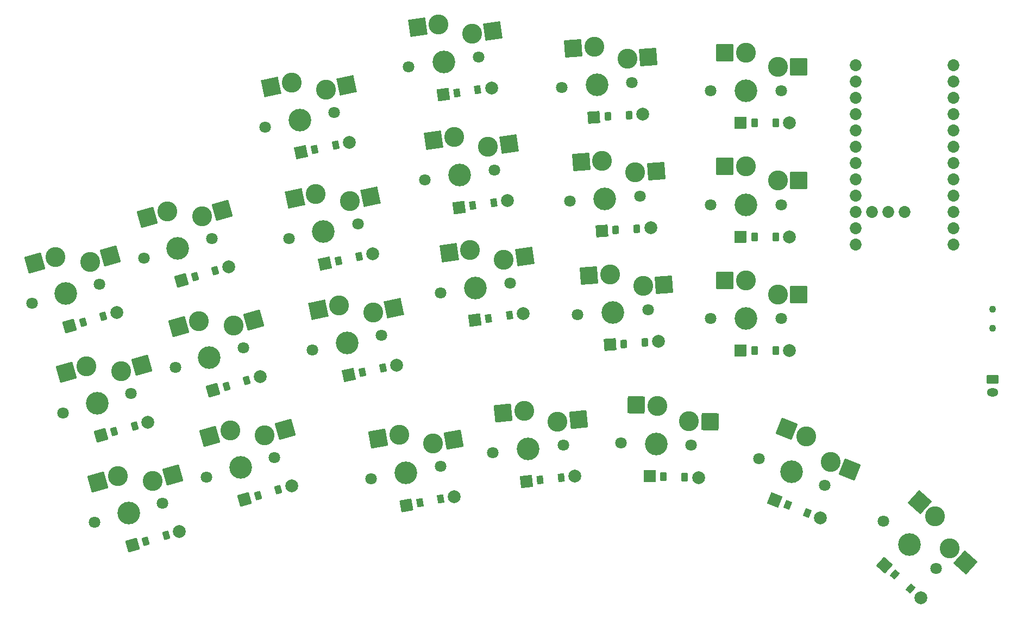
<source format=gbr>
%TF.GenerationSoftware,KiCad,Pcbnew,8.0.4*%
%TF.CreationDate,2024-08-02T12:22:31+01:00*%
%TF.ProjectId,left,6c656674-2e6b-4696-9361-645f70636258,v1.0.0*%
%TF.SameCoordinates,Original*%
%TF.FileFunction,Soldermask,Bot*%
%TF.FilePolarity,Negative*%
%FSLAX46Y46*%
G04 Gerber Fmt 4.6, Leading zero omitted, Abs format (unit mm)*
G04 Created by KiCad (PCBNEW 8.0.4) date 2024-08-02 12:22:31*
%MOMM*%
%LPD*%
G01*
G04 APERTURE LIST*
G04 Aperture macros list*
%AMRoundRect*
0 Rectangle with rounded corners*
0 $1 Rounding radius*
0 $2 $3 $4 $5 $6 $7 $8 $9 X,Y pos of 4 corners*
0 Add a 4 corners polygon primitive as box body*
4,1,4,$2,$3,$4,$5,$6,$7,$8,$9,$2,$3,0*
0 Add four circle primitives for the rounded corners*
1,1,$1+$1,$2,$3*
1,1,$1+$1,$4,$5*
1,1,$1+$1,$6,$7*
1,1,$1+$1,$8,$9*
0 Add four rect primitives between the rounded corners*
20,1,$1+$1,$2,$3,$4,$5,0*
20,1,$1+$1,$4,$5,$6,$7,0*
20,1,$1+$1,$6,$7,$8,$9,0*
20,1,$1+$1,$8,$9,$2,$3,0*%
G04 Aperture macros list end*
%ADD10C,3.529000*%
%ADD11C,1.801800*%
%ADD12C,3.100000*%
%ADD13RoundRect,0.050000X-0.891312X-1.607969X1.607969X-0.891312X0.891312X1.607969X-1.607969X0.891312X0*%
%ADD14RoundRect,0.050000X-1.001307X-1.541877X1.541877X-1.001307X1.001307X1.541877X-1.541877X1.001307X0*%
%ADD15RoundRect,0.050000X-1.106423X-1.468274X1.468274X-1.106423X1.106423X1.468274X-1.468274X1.106423X0*%
%ADD16RoundRect,0.050000X-1.206150X-1.387517X1.387517X-1.206150X1.206150X1.387517X-1.387517X1.206150X0*%
%ADD17RoundRect,0.050000X-1.300000X-1.300000X1.300000X-1.300000X1.300000X1.300000X-1.300000X1.300000X0*%
%ADD18RoundRect,0.050000X-1.054507X-1.505993X1.505993X-1.054507X1.054507X1.505993X-1.505993X1.054507X0*%
%ADD19RoundRect,0.050000X-1.156991X-1.428765X1.428765X-1.156991X1.156991X1.428765X-1.428765X1.156991X0*%
%ADD20RoundRect,0.050000X-1.344577X-1.253839X1.253839X-1.344577X1.344577X1.253839X-1.253839X1.344577X0*%
%ADD21RoundRect,0.050000X-1.692328X-0.718350X0.718350X-1.692328X1.692328X0.718350X-0.718350X1.692328X0*%
%ADD22RoundRect,0.050000X-1.835958X-0.096218X0.096218X-1.835958X1.835958X0.096218X-0.096218X1.835958X0*%
%ADD23RoundRect,0.050000X-0.267185X-0.700794X0.597950X-0.452720X0.267185X0.700794X-0.597950X0.452720X0*%
%ADD24RoundRect,0.050000X-0.609520X-1.099603X1.099603X-0.609520X0.609520X1.099603X-1.099603X0.609520X0*%
%ADD25C,2.005000*%
%ADD26RoundRect,0.050000X-0.315419X-0.680449X0.564913X-0.493328X0.315419X0.680449X-0.564913X0.493328X0*%
%ADD27RoundRect,0.050000X-0.684740X-1.054407X1.054407X-0.684740X0.684740X1.054407X-1.054407X0.684740X0*%
%ADD28RoundRect,0.050000X-0.362117X-0.656789X0.529124X-0.531533X0.362117X0.656789X-0.529124X0.531533X0*%
%ADD29RoundRect,0.050000X-0.756623X-1.004073X1.004073X-0.756623X0.756623X1.004073X-1.004073X0.756623X0*%
%ADD30RoundRect,0.050000X-0.407050X-0.629929X0.490758X-0.567148X0.407050X0.629929X-0.490758X0.567148X0*%
%ADD31RoundRect,0.050000X-0.824821X-0.948848X0.948848X-0.824821X0.824821X0.948848X-0.948848X0.824821X0*%
%ADD32RoundRect,0.050000X-0.450000X-0.600000X0.450000X-0.600000X0.450000X0.600000X-0.450000X0.600000X0*%
%ADD33RoundRect,0.050000X-0.889000X-0.889000X0.889000X-0.889000X0.889000X0.889000X-0.889000X0.889000X0*%
%ADD34RoundRect,0.050000X-0.338975X-0.669026X0.547352X-0.512743X0.338975X0.669026X-0.547352X0.512743X0*%
%ADD35RoundRect,0.050000X-0.721121X-1.029867X1.029867X-0.721121X0.721121X1.029867X-1.029867X0.721121X0*%
%ADD36RoundRect,0.050000X-0.384818X-0.643751X0.510252X-0.549675X0.384818X0.643751X-0.510252X0.549675X0*%
%ADD37RoundRect,0.050000X-0.791204X-0.977056X0.977056X-0.791204X0.791204X0.977056X-0.977056X0.791204X0*%
%ADD38RoundRect,0.050000X-0.470666X-0.583930X0.428786X-0.615339X0.470666X0.583930X-0.428786X0.615339X0*%
%ADD39RoundRect,0.050000X-0.919484X-0.857433X0.857433X-0.919484X0.919484X0.857433X-0.857433X0.919484X0*%
%ADD40RoundRect,0.050000X-0.641997X-0.387737X0.192469X-0.724883X0.641997X0.387737X-0.192469X0.724883X0*%
%ADD41RoundRect,0.050000X-1.157292X-0.491241X0.491241X-1.157292X1.157292X0.491241X-0.491241X1.157292X0*%
%ADD42RoundRect,0.050000X-0.735894X-0.144778X-0.067063X-0.746996X0.735894X0.144778X0.067063X0.746996X0*%
%ADD43RoundRect,0.050000X-1.255513X-0.065799X0.065799X-1.255513X1.255513X0.065799X-0.065799X1.255513X0*%
%ADD44C,1.852600*%
%ADD45RoundRect,0.050000X-0.850000X0.600000X-0.850000X-0.600000X0.850000X-0.600000X0.850000X0.600000X0*%
%ADD46O,1.800000X1.300000*%
%ADD47C,1.100000*%
G04 APERTURE END LIST*
D10*
%TO.C,S1*%
X128379977Y-166052450D03*
D11*
X133666918Y-164536446D03*
X123093036Y-167568454D03*
D12*
X132152641Y-161069533D03*
X126739934Y-160332944D03*
D13*
X123591803Y-161235655D03*
X135300776Y-160166819D03*
%TD*%
D10*
%TO.C,S2*%
X123487424Y-148990060D03*
D11*
X128774365Y-147474056D03*
X118200483Y-150506064D03*
D12*
X127260088Y-144007143D03*
X121847381Y-143270554D03*
D13*
X118699250Y-144173265D03*
X130408223Y-143104429D03*
%TD*%
D10*
%TO.C,S3*%
X118594861Y-131927657D03*
D11*
X123881802Y-130411653D03*
X113307920Y-133443661D03*
D12*
X122367525Y-126944740D03*
X116954818Y-126208151D03*
D13*
X113806687Y-127110862D03*
X125515660Y-126042026D03*
%TD*%
D10*
%TO.C,S4*%
X145852358Y-158961721D03*
D11*
X151139299Y-157445717D03*
X140565417Y-160477725D03*
D12*
X149625022Y-153978804D03*
X144212315Y-153242215D03*
D13*
X141064184Y-154144926D03*
X152773157Y-153076090D03*
%TD*%
D10*
%TO.C,S5*%
X140959797Y-141899329D03*
D11*
X146246738Y-140383325D03*
X135672856Y-143415333D03*
D12*
X144732461Y-136916412D03*
X139319754Y-136179823D03*
D13*
X136171623Y-137082534D03*
X147880596Y-136013698D03*
%TD*%
D10*
%TO.C,S6*%
X136067238Y-124836931D03*
D11*
X141354179Y-123320927D03*
X130780297Y-126352935D03*
D12*
X139839902Y-119854014D03*
X134427195Y-119117425D03*
D13*
X131279064Y-120020136D03*
X142988037Y-118951300D03*
%TD*%
D10*
%TO.C,S7*%
X162433012Y-139566748D03*
D11*
X167812824Y-138423239D03*
X157053200Y-140710257D03*
D12*
X166544077Y-134859137D03*
X161195937Y-133746770D03*
D14*
X157992505Y-134427679D03*
X169747514Y-134178225D03*
%TD*%
D10*
%TO.C,S8*%
X158742580Y-122204621D03*
D11*
X164122392Y-121061112D03*
X153362768Y-123348130D03*
D12*
X162853645Y-117497010D03*
X157505505Y-116384643D03*
D14*
X154302073Y-117065552D03*
X166057082Y-116816098D03*
%TD*%
%TO.C,S9*%
X162366649Y-99453983D03*
X150611640Y-99703437D03*
D12*
X153815072Y-99022528D03*
X159163212Y-100134895D03*
D11*
X149672335Y-105986015D03*
X160431959Y-103698997D03*
D10*
X155052147Y-104842506D03*
%TD*%
%TO.C,S10*%
X182449804Y-131007503D03*
D11*
X187896278Y-130242056D03*
X177003330Y-131772950D03*
D12*
X186879241Y-126598133D03*
X181621724Y-125115408D03*
D15*
X178378597Y-125571198D03*
X190122373Y-126142340D03*
%TD*%
D10*
%TO.C,S11*%
X179979486Y-113430243D03*
D11*
X185425960Y-112664796D03*
X174533012Y-114195690D03*
D12*
X184408923Y-109020873D03*
X179151406Y-107538148D03*
D15*
X175908279Y-107993938D03*
X187652055Y-108565080D03*
%TD*%
D10*
%TO.C,S12*%
X177509157Y-95852993D03*
D11*
X182955631Y-95087546D03*
X172062683Y-96618440D03*
D12*
X181938594Y-91443623D03*
X176681077Y-89960898D03*
D15*
X173437950Y-90416688D03*
X185181726Y-90987830D03*
%TD*%
D10*
%TO.C,S13*%
X203851638Y-134831322D03*
D11*
X209338241Y-134447662D03*
X198365035Y-135214982D03*
D12*
X208577872Y-130741669D03*
X203436587Y-128895816D03*
D16*
X200169565Y-129124266D03*
X211844895Y-130513223D03*
%TD*%
D10*
%TO.C,S14*%
X202613460Y-117124562D03*
D11*
X208100063Y-116740902D03*
X197126857Y-117508222D03*
D12*
X207339694Y-113034909D03*
X202198409Y-111189056D03*
D16*
X198931387Y-111417506D03*
X210606717Y-112806463D03*
%TD*%
D10*
%TO.C,S15*%
X201375288Y-99417799D03*
D11*
X206861891Y-99034139D03*
X195888685Y-99801459D03*
D12*
X206101522Y-95328146D03*
X200960237Y-93482293D03*
D16*
X197693215Y-93710743D03*
X209368545Y-95099700D03*
%TD*%
D10*
%TO.C,S16*%
X224573648Y-135802128D03*
D11*
X230073647Y-135802132D03*
X219073649Y-135802124D03*
D12*
X229573651Y-132052127D03*
X224573647Y-129852128D03*
D17*
X221298648Y-129852126D03*
X232848650Y-132052129D03*
%TD*%
D10*
%TO.C,S17*%
X224573647Y-118052136D03*
D11*
X230073646Y-118052140D03*
X219073648Y-118052132D03*
D12*
X229573650Y-114302135D03*
X224573646Y-112102136D03*
D17*
X221298647Y-112102134D03*
X232848649Y-114302137D03*
%TD*%
D10*
%TO.C,S18*%
X224573644Y-100302135D03*
D11*
X230073643Y-100302139D03*
X219073645Y-100302131D03*
D12*
X229573647Y-96552134D03*
X224573643Y-94352135D03*
D17*
X221298644Y-94352133D03*
X232848646Y-96552136D03*
%TD*%
D10*
%TO.C,S19*%
X171573650Y-159802139D03*
D11*
X176990092Y-158847079D03*
X166157208Y-160757199D03*
D12*
X175846504Y-155240870D03*
X170540443Y-153942533D03*
D18*
X167315199Y-154511229D03*
X179071753Y-154672171D03*
%TD*%
D10*
%TO.C,S20*%
X190643769Y-156086362D03*
D11*
X196113640Y-155511456D03*
X185173898Y-156661268D03*
D12*
X195224393Y-151834263D03*
X190021825Y-150168957D03*
D19*
X186764766Y-150511285D03*
X198481457Y-151491933D03*
%TD*%
D10*
%TO.C,S21*%
X210589722Y-155337480D03*
D11*
X216086370Y-155529431D03*
X205093074Y-155145529D03*
D12*
X215717549Y-151764261D03*
X210797373Y-149391105D03*
D20*
X207524368Y-149276806D03*
X218990555Y-151878559D03*
%TD*%
D10*
%TO.C,S22*%
X231735802Y-159699079D03*
D11*
X236835313Y-161759416D03*
X226636291Y-157638742D03*
D12*
X237776493Y-158095171D03*
X233964712Y-154182336D03*
D21*
X230928184Y-152955498D03*
X240813024Y-159322009D03*
%TD*%
D10*
%TO.C,S23*%
X250114864Y-171030017D03*
D11*
X254202162Y-174710232D03*
X246027566Y-167349802D03*
D12*
X256339828Y-171588876D03*
X254096191Y-166608306D03*
D22*
X251662392Y-164416902D03*
X258773626Y-173780280D03*
%TD*%
D23*
%TO.C,D1*%
X134228033Y-169577039D03*
X131055871Y-170486643D03*
D24*
X128979546Y-171082019D03*
D25*
X136304358Y-168981663D03*
%TD*%
D23*
%TO.C,D2*%
X129335470Y-152514651D03*
X126163308Y-153424255D03*
D24*
X124086983Y-154019631D03*
D25*
X131411795Y-151919275D03*
%TD*%
D23*
%TO.C,D3*%
X124442910Y-135452258D03*
X121270748Y-136361862D03*
D24*
X119194423Y-136957238D03*
D25*
X126519235Y-134856882D03*
%TD*%
D23*
%TO.C,D4*%
X151700411Y-162486324D03*
X148528249Y-163395928D03*
D24*
X146451924Y-163991304D03*
D25*
X153776736Y-161890948D03*
%TD*%
D23*
%TO.C,D5*%
X146807859Y-145423922D03*
X143635697Y-146333526D03*
D24*
X141559372Y-146928902D03*
D25*
X148884184Y-144828546D03*
%TD*%
D23*
%TO.C,D6*%
X141915290Y-128361523D03*
X138743128Y-129271127D03*
D24*
X136666803Y-129866503D03*
D25*
X143991615Y-127766147D03*
%TD*%
D26*
%TO.C,D7*%
X168020955Y-143490696D03*
X164793069Y-144176806D03*
D27*
X162680270Y-144625894D03*
D25*
X170133754Y-143041608D03*
%TD*%
D26*
%TO.C,D8*%
X164330529Y-126128584D03*
X161102643Y-126814694D03*
D27*
X158989844Y-127263782D03*
D25*
X166443328Y-125679496D03*
%TD*%
D26*
%TO.C,D9*%
X160640095Y-108766453D03*
X157412209Y-109452563D03*
D27*
X155299410Y-109901651D03*
D25*
X162752894Y-108317365D03*
%TD*%
D28*
%TO.C,D10*%
X187750415Y-135311691D03*
X184482531Y-135770963D03*
D29*
X182343552Y-136071575D03*
D25*
X189889394Y-135011079D03*
%TD*%
D28*
%TO.C,D11*%
X185280092Y-117734427D03*
X182012208Y-118193699D03*
D29*
X179873229Y-118494311D03*
D25*
X187419071Y-117433815D03*
%TD*%
D28*
%TO.C,D12*%
X182809770Y-100157166D03*
X179541886Y-100616438D03*
D29*
X177402907Y-100917050D03*
D25*
X184948749Y-99856554D03*
%TD*%
D30*
%TO.C,D13*%
X208839094Y-139494768D03*
X205547132Y-139724968D03*
D31*
X203392394Y-139875639D03*
D25*
X210993832Y-139344097D03*
%TD*%
D30*
%TO.C,D14*%
X207600922Y-121788008D03*
X204308960Y-122018208D03*
D31*
X202154222Y-122168879D03*
D25*
X209755660Y-121637337D03*
%TD*%
D30*
%TO.C,D15*%
X206362742Y-104081238D03*
X203070780Y-104311438D03*
D31*
X200916042Y-104462109D03*
D25*
X208517480Y-103930567D03*
%TD*%
D32*
%TO.C,D16*%
X229223647Y-140802125D03*
X225923647Y-140802129D03*
D33*
X223763648Y-140802128D03*
D25*
X231383646Y-140802126D03*
%TD*%
D32*
%TO.C,D17*%
X229223651Y-123052132D03*
X225923651Y-123052136D03*
D33*
X223763652Y-123052135D03*
D25*
X231383650Y-123052133D03*
%TD*%
D32*
%TO.C,D18*%
X229223656Y-105302134D03*
X225923656Y-105302138D03*
D33*
X223763657Y-105302137D03*
D25*
X231383655Y-105302135D03*
%TD*%
D34*
%TO.C,D19*%
X177021240Y-163918710D03*
X173771376Y-164491750D03*
D35*
X171644191Y-164866829D03*
D25*
X179148425Y-163543631D03*
%TD*%
D36*
%TO.C,D20*%
X195790942Y-160572912D03*
X192509020Y-160917860D03*
D37*
X190360852Y-161143638D03*
D25*
X197939110Y-160347134D03*
%TD*%
D38*
%TO.C,D21*%
X215062392Y-160496705D03*
X211764402Y-160381541D03*
D39*
X209605717Y-160306155D03*
D25*
X217221077Y-160572091D03*
%TD*%
D40*
%TO.C,D22*%
X234174177Y-166076908D03*
X231114469Y-164840716D03*
D41*
X229111752Y-164031561D03*
D25*
X236176894Y-166886063D03*
%TD*%
D42*
%TO.C,D23*%
X250224833Y-177857194D03*
X247772463Y-175649060D03*
D43*
X246167268Y-174203741D03*
D25*
X251830028Y-179302513D03*
%TD*%
D44*
%TO.C,MCU1*%
X256943657Y-96332138D03*
X256943656Y-98872131D03*
X256943656Y-101412133D03*
X256943655Y-103952134D03*
X256943655Y-106492135D03*
X256943657Y-109032132D03*
X256943655Y-111572132D03*
X256943655Y-114112134D03*
X256943655Y-116652133D03*
X256943656Y-119192132D03*
X256943655Y-121732133D03*
X256943655Y-124272134D03*
X241703655Y-124272128D03*
X241703656Y-121732135D03*
X241703656Y-119192133D03*
X241703657Y-116652132D03*
X241703657Y-114112131D03*
X241703655Y-111572134D03*
X241703657Y-109032134D03*
X241703657Y-106492132D03*
X241703657Y-103952133D03*
X241703656Y-101412134D03*
X241703657Y-98872133D03*
X241703657Y-96332132D03*
X244243658Y-119192134D03*
X246783656Y-119192134D03*
X249323657Y-119192134D03*
%TD*%
D45*
%TO.C,JST1*%
X263073648Y-145302129D03*
D46*
X263073648Y-147302129D03*
%TD*%
D47*
%TO.C,T1*%
X263073645Y-137302138D03*
X263073647Y-134302138D03*
%TD*%
M02*

</source>
